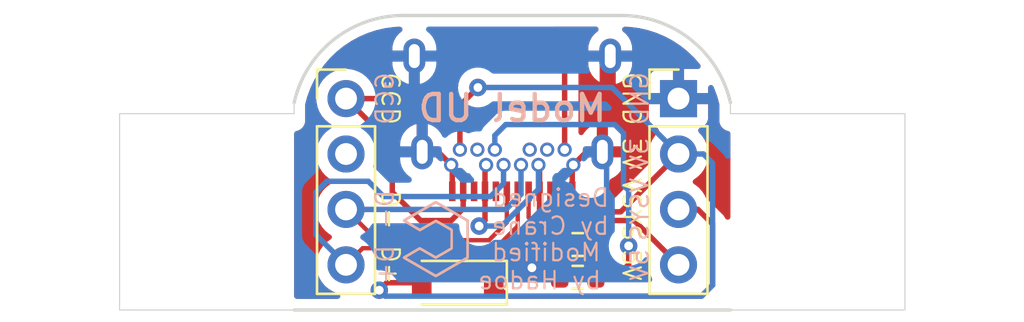
<source format=kicad_pcb>
(kicad_pcb (version 20211014) (generator pcbnew)
  (layers (0 "F.Cu" signal) (31 "B.Cu" signal) (34 "B.Paste" user) (35 "F.Paste" user) (36 "B.SilkS" user "B.Silkscreen") (37 "F.SilkS" user "F.Silkscreen") (38 "B.Mask" user) (39 "F.Mask" user) (44 "Edge.Cuts" user))
  (net 0 "")
  (net 1 "GND")
  (net 2 "3V3")
  (net 3 "VBUS")
  (net 4 "Net-(J1-PadA5)")
  (net 5 "D+")
  (net 6 "D-")
  (net 7 "Net-(J1-PadA8)")
  (net 8 "D3V")
  (net 9 "Net-(J1-PadB5)")
  (net 10 "Net-(J1-PadB8)")
  (net 11 "VSYS")
  (footprint "Model_S:PinHeader_1x04_P2.54mm_Vertical" (layer "F.Cu") (at 57.62 47.06)
    (fp_text reference "J3" hide)
    (fp_text value "Conn_01x04" hide)
    (fp_line (start -1.33 1.27) (end -1.33 8.95) (layer "F.SilkS") (width 0.12))
    (fp_line (start -1.33 1.27) (end 1.33 1.27) (layer "F.SilkS") (width 0.12))
    (fp_line (start -1.33 -1.33) (end 0 -1.33) (layer "F.SilkS") (width 0.12))
    (fp_line (start -1.33 0) (end -1.33 -1.33) (layer "F.SilkS") (width 0.12))
    (fp_line (start 1.33 1.27) (end 1.33 8.95) (layer "F.SilkS") (width 0.12))
    (fp_line (start -1.33 8.95) (end 1.33 8.95) (layer "F.SilkS") (width 0.12))
    (pad "1" thru_hole rect locked (at 0 0) (size 1.7 1.7) (drill 1) (layers *.Cu *.Mask) (net 1 "GND"))
    (pad "2" thru_hole oval locked (at 0 2.54) (size 1.7 1.7) (drill 1) (layers *.Cu *.Mask) (net 2 "3V3"))
    (pad "3" thru_hole oval locked (at 0 5.08) (size 1.7 1.7) (drill 1) (layers *.Cu *.Mask) (net 11 "VSYS"))
    (pad "4" thru_hole oval locked (at 0 7.62) (size 1.7 1.7) (drill 1) (layers *.Cu *.Mask) (net 3 "VBUS"))
  )
  (footprint "Model_S:Shou Han Type-C 24P QCHT" (layer "F.Cu") (at 50 43.25 180)
    (fp_text reference "J1" hide)
    (fp_text value "USB_C_Receptacle")
    (pad "" np_thru_hole circle locked (at 3.75 -7.5 180) (size 0.7 0.7) (drill 0.7) (layers *.Cu *.Mask))
    (pad "" np_thru_hole circle locked (at -3.6 -7.5 180) (size 0.7 0.7) (drill 0.7) (layers *.Cu *.Mask))
    (pad "A1" smd rect locked (at -2.75 -8.06 180) (size 0.3 0.9) (layers "F.Cu" "F.Paste" "F.Mask") (net 1 "GND"))
    (pad "A2" smd rect locked (at -2.25 -8.06 180) (size 0.3 0.9) (layers "F.Cu" "F.Paste" "F.Mask") (net 2 "3V3"))
    (pad "A3" smd rect locked (at -1.75 -8.06 180) (size 0.3 0.9) (layers "F.Cu" "F.Paste" "F.Mask"))
    (pad "A4" smd rect locked (at -1.25 -8.06 180) (size 0.3 0.9) (layers "F.Cu" "F.Paste" "F.Mask") (net 3 "VBUS"))
    (pad "A5" smd rect locked (at -0.75 -8.06 180) (size 0.3 0.9) (layers "F.Cu" "F.Paste" "F.Mask") (net 4 "Net-(J1-PadA5)"))
    (pad "A6" smd rect locked (at -0.25 -8.06 180) (size 0.3 0.9) (layers "F.Cu" "F.Paste" "F.Mask") (net 5 "D+"))
    (pad "A7" smd rect locked (at 0.25 -8.06 180) (size 0.3 0.9) (layers "F.Cu" "F.Paste" "F.Mask") (net 6 "D-"))
    (pad "A8" smd rect locked (at 0.75 -8.06 180) (size 0.3 0.9) (layers "F.Cu" "F.Paste" "F.Mask") (net 7 "Net-(J1-PadA8)"))
    (pad "A9" smd rect locked (at 1.25 -8.06 180) (size 0.3 0.9) (layers "F.Cu" "F.Paste" "F.Mask") (net 3 "VBUS"))
    (pad "A10" smd rect locked (at 1.75 -8.06 180) (size 0.3 0.9) (layers "F.Cu" "F.Paste" "F.Mask"))
    (pad "A11" smd rect locked (at 2.25 -8.06 180) (size 0.3 0.9) (layers "F.Cu" "F.Paste" "F.Mask") (net 8 "D3V"))
    (pad "A12" smd rect locked (at 2.75 -8.06 180) (size 0.3 0.9) (layers "F.Cu" "F.Paste" "F.Mask") (net 1 "GND"))
    (pad "B1" thru_hole circle locked (at 2.8 -6.85 180) (size 0.65 0.65) (drill 0.4) (layers *.Cu *.Mask) (net 1 "GND"))
    (pad "B2" thru_hole circle locked (at 2.4 -6.15 180) (size 0.65 0.65) (drill 0.4) (layers *.Cu *.Mask) (net 2 "3V3"))
    (pad "B3" thru_hole circle locked (at 1.6 -6.15 180) (size 0.65 0.65) (drill 0.4) (layers *.Cu *.Mask))
    (pad "B4" thru_hole circle locked (at 1.2 -6.85 180) (size 0.65 0.65) (drill 0.4) (layers *.Cu *.Mask) (net 3 "VBUS"))
    (pad "B5" thru_hole circle locked (at 0.8 -6.15 180) (size 0.65 0.65) (drill 0.4) (layers *.Cu *.Mask) (net 9 "Net-(J1-PadB5)"))
    (pad "B6" thru_hole circle locked (at 0.4 -6.85 180) (size 0.65 0.65) (drill 0.4) (layers *.Cu *.Mask) (net 5 "D+"))
    (pad "B7" thru_hole circle locked (at -0.4 -6.85 180) (size 0.65 0.65) (drill 0.4) (layers *.Cu *.Mask) (net 6 "D-"))
    (pad "B8" thru_hole circle locked (at -0.8 -6.15 180) (size 0.65 0.65) (drill 0.4) (layers *.Cu *.Mask) (net 10 "Net-(J1-PadB8)"))
    (pad "B9" thru_hole circle locked (at -1.2 -6.85 180) (size 0.65 0.65) (drill 0.4) (layers *.Cu *.Mask) (net 3 "VBUS"))
    (pad "B10" thru_hole circle locked (at -1.6 -6.15 180) (size 0.65 0.65) (drill 0.4) (layers *.Cu *.Mask))
    (pad "B11" thru_hole circle locked (at -2.4 -6.15 180) (size 0.65 0.65) (drill 0.4) (layers *.Cu *.Mask) (net 8 "D3V"))
    (pad "B12" thru_hole circle locked (at -2.8 -6.85 180) (size 0.65 0.65) (drill 0.4) (layers *.Cu *.Mask) (net 1 "GND"))
    (pad "S1" thru_hole oval locked (at -4.49 -1.86 180) (size 1 1.6) (drill oval 0.5 1.1) (layers *.Cu *.Mask) (net 1 "GND"))
    (pad "S1" thru_hole oval locked (at -4.13 -6.25 180) (size 1 1.6) (drill oval 0.5 1.1) (layers *.Cu *.Mask) (net 1 "GND"))
    (pad "S1" thru_hole oval locked (at 4.13 -6.25 180) (size 1 1.6) (drill oval 0.5 1.1) (layers *.Cu *.Mask) (net 1 "GND"))
    (pad "S1" thru_hole oval locked (at 4.49 -1.86 180) (size 1 1.6) (drill oval 0.5 1.1) (layers *.Cu *.Mask) (net 1 "GND"))
  )
  (footprint "Model_S:PinHeader_1x04_P2.54mm_Vertical" (layer "F.Cu") (at 42.38 47.06)
    (fp_text reference "J2" hide)
    (fp_text value "Conn_01x04" hide)
    (fp_line (start -1.33 1.27) (end -1.33 8.95) (layer "F.SilkS") (width 0.12))
    (fp_line (start -1.33 1.27) (end 1.33 1.27) (layer "F.SilkS") (width 0.12))
    (fp_line (start -1.33 8.95) (end 1.33 8.95) (layer "F.SilkS") (width 0.12))
    (fp_line (start 1.33 1.27) (end 1.33 8.95) (layer "F.SilkS") (width 0.12))
    (fp_line (start -1.33 -1.33) (end 0 -1.33) (layer "F.SilkS") (width 0.12))
    (fp_line (start -1.33 0) (end -1.33 -1.33) (layer "F.SilkS") (width 0.12))
    (pad "1" thru_hole circle locked (at 0 0) (size 1.7 1.7) (drill 1) (layers *.Cu *.Mask) (net 8 "D3V"))
    (pad "2" thru_hole oval locked (at 0 2.54) (size 1.7 1.7) (drill 1) (layers *.Cu *.Mask))
    (pad "3" thru_hole oval locked (at 0 5.08) (size 1.7 1.7) (drill 1) (layers *.Cu *.Mask) (net 6 "D-"))
    (pad "4" thru_hole oval locked (at 0 7.62) (size 1.7 1.7) (drill 1) (layers *.Cu *.Mask) (net 5 "D+"))
  )
  (footprint "Resistor_SMD:R_0603_1608Metric" (layer "F.Cu") (at 53 53.75 180)
    (fp_text reference "R1" hide)
    (fp_text value "5.1k" hide)
    (fp_line (start -0.237258 0.5225) (end 0.237258 0.5225) (layer "F.SilkS") (width 0.12))
    (fp_line (start -0.237258 -0.5225) (end 0.237258 -0.5225) (layer "F.SilkS") (width 0.12))
    (pad "1" smd roundrect locked (at -0.825 0 180) (size 0.8 0.95) (layers "F.Cu" "F.Paste" "F.Mask") (net 1 "GND"))
    (pad "2" smd roundrect locked (at 0.825 0 180) (size 0.8 0.95) (layers "F.Cu" "F.Paste" "F.Mask") (net 4 "Net-(J1-PadA5)"))
  )
  (footprint "Resistor_SMD:R_0603_1608Metric" (layer "F.Cu") (at 53 55.25 180)
    (fp_text reference "RE" hide)
    (fp_text value "5.1k" hide)
    (fp_line (start -0.237258 0.5225) (end 0.237258 0.5225) (layer "F.SilkS") (width 0.12))
    (fp_line (start -0.237258 -0.5225) (end 0.237258 -0.5225) (layer "F.SilkS") (width 0.12))
    (pad "1" smd roundrect locked (at -0.825 0 180) (size 0.8 0.95) (layers "F.Cu" "F.Paste" "F.Mask") (net 9 "Net-(J1-PadB5)"))
    (pad "2" smd roundrect locked (at 0.825 0 180) (size 0.8 0.95) (layers "F.Cu" "F.Paste" "F.Mask") (net 1 "GND"))
  )
  (footprint "MountingHole:MountingHole_3.2mm_M3" (layer "F.Cu") (at 36 52.25)
    (fp_text reference "REF**" hide)
    (fp_text value "MountingHole_3.2mm_M3")
    (pad "" np_thru_hole circle (at 0 0) (size 3.2 3.2) (drill 3.2) (layers *.Cu *.Mask))
  )
  (footprint "MountingHole:MountingHole_3.2mm_M3" (layer "F.Cu") (at 64 52.25)
    (fp_text reference "REF**" hide)
    (fp_text value "MountingHole_3.2mm_M3")
    (pad "" np_thru_hole circle (at 0 0) (size 3.2 3.2) (drill 3.2) (layers *.Cu *.Mask))
  )
  (footprint "Diode_SMD:D_SOD-123" (layer "F.Cu") (at 47.5 55.5 180)
    (fp_text reference "D1" hide)
    (fp_text value "MBR120" hide)
    (fp_line (start -2.25 -1) (end 1.65 -1) (layer "F.SilkS") (width 0.12))
    (fp_line (start -2.25 1) (end 1.65 1) (layer "F.SilkS") (width 0.12))
    (fp_line (start -2.25 -1) (end -2.25 1) (layer "F.SilkS") (width 0.12))
    (pad "1" smd rect locked (at -1.65 0 180) (size 0.9 1.2) (layers "F.Cu" "F.Paste" "F.Mask") (net 11 "VSYS"))
    (pad "2" smd rect locked (at 1.65 0 180) (size 0.9 1.2) (layers "F.Cu" "F.Paste" "F.Mask") (net 2 "3V3"))
  )
  (footprint "HTangl:Crane_C" (layer "B.Cu") (at 46.5 53.5 180)
    (fp_text reference "G***" hide)
    (fp_text value "LOGO" hide)
    (fp_poly (pts (xy 0.030747 1.73995) (xy 0.053309 1.729991) (xy 0.082054 1.714784) (xy 0.102524 1.70342) (xy 0.131542 1.687069) (xy 0.159656 1.670965) (xy 0.184313 1.656586) (xy 0.20296 1.645414) (xy 0.208553 1.641928) (xy 0.224011 1.632273) (xy 0.235328 1.625569) (xy 0.239713 1.623391) (xy 0.244949 1.620802) (xy 0.257665 1.613821) (xy 0.275806 1.603625) (xy 0.297317 1.591394) (xy 0.320144 1.578306) (xy 0.342231 1.56554) (xy 0.361524 1.554274) (xy 0.375967 1.545688) (xy 0.383506 1.540959) (xy 0.383761 1.540774) (xy 0.391273 1.536062) (xy 0.405228 1.527989) (xy 0.419652 1.519938) (xy 0.451648 1.502298) (xy 0.476123 1.488644) (xy 0.495268 1.477703) (xy 0.511272 1.468202) (xy 0.526326 1.458867) (xy 0.542333 1.448611) (xy 0.559961 1.437407) (xy 0.573793 1.428996) (xy 0.581434 1.424822) (xy 0.582122 1.424609) (xy 0.587921 1.422004) (xy 0.600299 1.415227) (xy 0.614051 1.407234) (xy 0.636449 1.394187) (xy 0.661235 1.380135) (xy 0.673652 1.373261) (xy 0.692391 1.362735) (xy 0.709188 1.352821) (xy 0.717826 1.34736) (xy 0.731225 1.339327) (xy 0.741279 1.334577) (xy 0.750823 1.329877) (xy 0.76606 1.321104) (xy 0.781419 1.311592) (xy 0.797277 1.301645) (xy 0.809065 1.294617) (xy 0.814091 1.292087) (xy 0.819271 1.289429) (xy 0.832647 1.281966) (xy 0.85288 1.270461) (xy 0.87863 1.255678) (xy 0.908557 1.238384) (xy 0.930186 1.225826) (xy 0.962284 1.207254) (xy 0.991236 1.190692) (xy 1.015672 1.176907) (xy 1.034223 1.166667) (xy 1.045519 1.160741) (xy 1.048334 1.159565) (xy 1.055163 1.156183) (xy 1.063274 1.149647) (xy 1.073867 1.141647) (xy 1.090234 1.13118) (xy 1.104348 1.123021) (xy 1.125117 1.111487) (xy 1.145892 1.099783) (xy 1.156804 1.093539) (xy 1.174761 1.083338) (xy 1.196211 1.071405) (xy 1.207779 1.06507) (xy 1.227757 1.053882) (xy 1.251737 1.039983) (xy 1.273224 1.027166) (xy 1.290708 1.016666) (xy 1.304115 1.008845) (xy 1.311044 1.005096) (xy 1.311462 1.004957) (xy 1.318428 1.002157) (xy 1.332872 0.994496) (xy 1.352977 0.983078) (xy 1.376926 0.969008) (xy 1.402905 0.953391) (xy 1.429096 0.937333) (xy 1.453685 0.921937) (xy 1.474855 0.908309) (xy 1.490791 0.897553) (xy 1.499675 0.890776) (xy 1.500505 0.889926) (xy 1.509755 0.873656) (xy 1.512898 0.852222) (xy 1.512929 0.849391) (xy 1.511205 0.831455) (xy 1.505071 0.816108) (xy 1.493143 0.801805) (xy 1.474039 0.787) (xy 1.446377 0.770149) (xy 1.437686 0.765283) (xy 1.413768 0.75175) (xy 1.390706 0.738186) (xy 1.372065 0.726705) (xy 1.365636 0.722489) (xy 1.351851 0.71349) (xy 1.342069 0.707808) (xy 1.339469 0.706783) (xy 1.334303 0.704021) (xy 1.320512 0.696069) (xy 1.298934 0.683424) (xy 1.270411 0.666585) (xy 1.23578 0.646048) (xy 1.195883 0.622312) (xy 1.151558 0.595874) (xy 1.103647 0.567234) (xy 1.058855 0.540406) (xy 1.007939 0.509933) (xy 0.95944 0.481008) (xy 0.914257 0.454159) (xy 0.873289 0.429915) (xy 0.837435 0.408807) (xy 0.807595 0.391364) (xy 0.784666 0.378114) (xy 0.769549 0.369589) (xy 0.763558 0.366471) (xy 0.745153 0.360605) (xy 0.727517 0.360115) (xy 0.707875 0.365505) (xy 0.68345 0.377276) (xy 0.673652 0.38277) (xy 0.653313 0.39444) (xy 0.635548 0.40462) (xy 0.623381 0.411579) (xy 0.621196 0.412824) (xy 0.58175 0.435278) (xy 0.550543 0.453122) (xy 0.526189 0.467165) (xy 0.507304 0.478215) (xy 0.492505 0.487081) (xy 0.480406 0.494572) (xy 0.471173 0.500487) (xy 0.455674 0.510238) (xy 0.444038 0.516959) (xy 0.439305 0.519044) (xy 0.433049 0.521798) (xy 0.421182 0.528738) (xy 0.415393 0.532414) (xy 0.403656 0.539606) (xy 0.384386 0.550931) (xy 0.359704 0.565163) (xy 0.331731 0.581076) (xy 0.311978 0.592193) (xy 0.283129 0.608386) (xy 0.256246 0.623528) (xy 0.233409 0.636442) (xy 0.216698 0.645955) (xy 0.209826 0.64992) (xy 0.178993 0.6679) (xy 0.148398 0.685603) (xy 0.119553 0.702167) (xy 0.093969 0.716734) (xy 0.073158 0.728443) (xy 0.05863 0.736435) (xy 0.051897 0.739849) (xy 0.051651 0.739913) (xy 0.045957 0.742739) (xy 0.034568 0.749863) (xy 0.028795 0.753718) (xy 0.015086 0.762157) (xy 0.004661 0.767038) (xy 0.002341 0.767522) (xy -0.004249 0.76487) (xy -0.018665 0.757522) (xy -0.039222 0.746387) (xy -0.064232 0.732374) (xy -0.086106 0.719824) (xy -0.115842 0.702648) (xy -0.144711 0.686076) (xy -0.170317 0.671474) (xy -0.190266 0.66021) (xy -0.198783 0.655482) (xy -0.217732 0.644742) (xy -0.234927 0.634407) (xy -0.243809 0.628636) (xy -0.254903 0.621577) (xy -0.261706 0.618444) (xy -0.261864 0.618435) (xy -0.268123 0.615723) (xy -0.280305 0.608808) (xy -0.288511 0.603759) (xy -0.30633 0.593057) (xy -0.328441 0.580512) (xy -0.344999 0.571537) (xy -0.371784 0.557207) (xy -0.395759 0.543866) (xy -0.420791 0.529304) (xy -0.450749 0.511314) (xy -0.455373 0.508507) (xy -0.473076 0.4979) (xy -0.486784 0.489964) (xy -0.494089 0.486086) (xy -0.49463 0.485913) (xy -0.500286 0.483078) (xy -0.515113 0.474678) (xy -0.538838 0.460873) (xy -0.571189 0.441822) (xy -0.611892 0.417685) (xy -0.639141 0.401465) (xy -0.66813 0.384189) (xy -0.66813 -0.391099) (xy -0.644663 -0.404544) (xy -0.631195 -0.412297) (xy -0.610713 -0.424131) (xy -0.585752 -0.438582) (xy -0.558845 -0.454182) (xy -0.552174 -0.458054) (xy -0.523694 -0.47449) (xy -0.495068 -0.490844) (xy -0.469361 -0.505377) (xy -0.449635 -0.516348) (xy -0.447261 -0.517645) (xy -0.428452 -0.528197) (xy -0.412766 -0.537572) (xy -0.403414 -0.543845) (xy -0.403087 -0.544112) (xy -0.392916 -0.551333) (xy -0.378439 -0.560254) (xy -0.375478 -0.561949) (xy -0.362554 -0.569301) (xy -0.343075 -0.58046) (xy -0.320047 -0.593703) (xy -0.303696 -0.603133) (xy -0.278937 -0.617376) (xy -0.254646 -0.631261) (xy -0.234278 -0.642816) (xy -0.225011 -0.648015) (xy -0.209196 -0.656845) (xy -0.193243 -0.66583) (xy -0.175432 -0.675954) (xy -0.154045 -0.688198) (xy -0.127362 -0.703545) (xy -0.093664 -0.722979) (xy -0.074621 -0.733972) (xy -0.048181 -0.749048) (xy -0.024929 -0.761943) (xy -0.006606 -0.771721) (xy 0.005047 -0.777446) (xy 0.008205 -0.778551) (xy 0.015437 -0.775853) (xy 0.029105 -0.768779) (xy 0.046302 -0.75884) (xy 0.046935 -0.758457) (xy 0.061993 -0.749488) (xy 0.084039 -0.736568) (xy 0.111635 -0.720522) (xy 0.14334 -0.702176) (xy 0.177718 -0.682354) (xy 0.213328 -0.661883) (xy 0.248733 -0.641587) (xy 0.282493 -0.622292) (xy 0.31317 -0.604823) (xy 0.339325 -0.590006) (xy 0.35952 -0.578666) (xy 0.372315 -0.571628) (xy 0.375478 -0.569984) (xy 0.386982 -0.563728) (xy 0.404152 -0.553617) (xy 0.423377 -0.54178) (xy 0.424348 -0.541168) (xy 0.441383 -0.530559) (xy 0.454377 -0.522727) (xy 0.460904 -0.519129) (xy 0.461196 -0.519043) (xy 0.466253 -0.516374) (xy 0.479509 -0.508875) (xy 0.499639 -0.49731) (xy 0.525319 -0.482441) (xy 0.555226 -0.465032) (xy 0.577979 -0.451736) (xy 0.611394 -0.432385) (xy 0.64281 -0.414577) (xy 0.670598 -0.399206) (xy 0.693132 -0.387163) (xy 0.708784 -0.37934) (xy 0.714206 -0.37704) (xy 0.743741 -0.372363) (xy 0.77365 -0.378657) (xy 0.797891 -0.391722) (xy 0.81558 -0.403108) (xy 0.83714 -0.415966) (xy 0.850348 -0.423378) (xy 0.865167 -0.431612) (xy 0.887277 -0.444132) (xy 0.914434 -0.459657) (xy 0.944391 -0.476903) (xy 0.969065 -0.491195) (xy 1.001925 -0.510282) (xy 1.035943 -0.530038) (xy 1.068192 -0.548764) (xy 1.095743 -0.564759) (xy 1.10987 -0.572959) (xy 1.138714 -0.589854) (xy 1.170978 -0.608995) (xy 1.201279 -0.62718) (xy 1.212022 -0.6337) (xy 1.235935 -0.648151) (xy 1.259322 -0.662065) (xy 1.278718 -0.67339) (xy 1.286565 -0.677847) (xy 1.301912 -0.686578) (xy 1.313486 -0.693483) (xy 1.316935 -0.695739) (xy 1.324718 -0.700599) (xy 1.338425 -0.708495) (xy 1.347304 -0.713436) (xy 1.383742 -0.733525) (xy 1.412017 -0.749312) (xy 1.433691 -0.761725) (xy 1.450327 -0.771693) (xy 1.463488 -0.780145) (xy 1.474737 -0.78801) (xy 1.482375 -0.793712) (xy 1.503391 -0.813734) (xy 1.51396 -0.834531) (xy 1.51465 -0.85765) (xy 1.511092 -0.871717) (xy 1.506831 -0.881134) (xy 1.499654 -0.889915) (xy 1.487742 -0.899595) (xy 1.469276 -0.911706) (xy 1.449457 -0.923646) (xy 1.422146 -0.939847) (xy 1.393306 -0.957046) (xy 1.367149 -0.972726) (xy 1.354058 -0.980623) (xy 1.335546 -0.991667) (xy 1.320896 -1.000093) (xy 1.312449 -1.004569) (xy 1.311362 -1.004956) (xy 1.305788 -1.007635) (xy 1.293313 -1.014727) (xy 1.276417 -1.024813) (xy 1.272761 -1.027043) (xy 1.255176 -1.037569) (xy 1.241402 -1.04537) (xy 1.233974 -1.049023) (xy 1.233483 -1.04913) (xy 1.227183 -1.051977) (xy 1.216284 -1.058875) (xy 1.215635 -1.059324) (xy 1.20344 -1.067063) (xy 1.185318 -1.077714) (xy 1.165105 -1.089026) (xy 1.164297 -1.089466) (xy 1.143478 -1.100964) (xy 1.117157 -1.115753) (xy 1.089369 -1.131557) (xy 1.073188 -1.140858) (xy 1.049504 -1.154526) (xy 1.027726 -1.167067) (xy 1.0106 -1.1769) (xy 1.002196 -1.181698) (xy 0.991774 -1.187698) (xy 0.973908 -1.198078) (xy 0.950676 -1.211625) (xy 0.924156 -1.22713) (xy 0.908895 -1.236068) (xy 0.882939 -1.251229) (xy 0.860547 -1.26421) (xy 0.843347 -1.274073) (xy 0.832968 -1.279883) (xy 0.830648 -1.281043) (xy 0.825621 -1.283757) (xy 0.813354 -1.291048) (xy 0.795976 -1.30164) (xy 0.784621 -1.308652) (xy 0.76512 -1.320578) (xy 0.749336 -1.329913) (xy 0.739469 -1.335374) (xy 0.737346 -1.336261) (xy 0.73165 -1.338943) (xy 0.719078 -1.346041) (xy 0.702127 -1.356136) (xy 0.6985 -1.358348) (xy 0.681087 -1.36885) (xy 0.667678 -1.376645) (xy 0.660719 -1.380319) (xy 0.660315 -1.380435) (xy 0.65494 -1.383095) (xy 0.642602 -1.390141) (xy 0.625743 -1.40017) (xy 0.62186 -1.402522) (xy 0.604186 -1.413022) (xy 0.590323 -1.420817) (xy 0.582804 -1.424492) (xy 0.582282 -1.424609) (xy 0.576464 -1.427254) (xy 0.563355 -1.434386) (xy 0.545127 -1.4448) (xy 0.531106 -1.453027) (xy 0.507834 -1.466729) (xy 0.478497 -1.483869) (xy 0.446613 -1.502398) (xy 0.415701 -1.520267) (xy 0.41137 -1.522762) (xy 0.380781 -1.540485) (xy 0.348591 -1.559334) (xy 0.318364 -1.577209) (xy 0.293666 -1.592012) (xy 0.290828 -1.593734) (xy 0.270396 -1.606039) (xy 0.25372 -1.615851) (xy 0.242878 -1.621962) (xy 0.239849 -1.623391) (xy 0.234422 -1.626067) (xy 0.222066 -1.63315) (xy 0.205234 -1.643226) (xy 0.201544 -1.645478) (xy 0.184057 -1.65599) (xy 0.170493 -1.663788) (xy 0.163333 -1.667453) (xy 0.162891 -1.667565) (xy 0.157292 -1.670245) (xy 0.144797 -1.677338) (xy 0.127889 -1.687426) (xy 0.124239 -1.689652) (xy 0.106795 -1.700159) (xy 0.093321 -1.707955) (xy 0.086277 -1.711625) (xy 0.085857 -1.711739) (xy 0.08026 -1.714354) (xy 0.068215 -1.721105) (xy 0.056965 -1.727755) (xy 0.033012 -1.740615) (xy 0.013862 -1.74658) (xy -0.003743 -1.746305) (xy -0.0172 -1.742642) (xy -0.035962 -1.734323) (xy -0.053573 -1.723952) (xy -0.053944 -1.723689) (xy -0.065568 -1.715906) (xy -0.072925 -1.711889) (xy -0.073587 -1.711739) (xy -0.078939 -1.709068) (xy -0.092818 -1.701444) (xy -0.114195 -1.689455) (xy -0.142041 -1.673686) (xy -0.175329 -1.654723) (xy -0.21303 -1.633152) (xy -0.254116 -1.609558) (xy -0.297558 -1.584529) (xy -0.342328 -1.558649) (xy -0.34787 -1.55544) (xy -0.36491 -1.545708) (xy -0.384873 -1.534496) (xy -0.392043 -1.530516) (xy -0.409346 -1.520489) (xy -0.431236 -1.507165) (xy -0.453102 -1.493355) (xy -0.453985 -1.492785) (xy -0.471614 -1.481581) (xy -0.485445 -1.47317) (xy -0.493086 -1.468996) (xy -0.493775 -1.468782) (xy -0.499573 -1.466177) (xy -0.511951 -1.4594) (xy -0.525703 -1.451407) (xy -0.548101 -1.438361) (xy -0.572887 -1.424309) (xy -0.585304 -1.417434) (xy -0.604261 -1.406717) (xy -0.621459 -1.396395) (xy -0.630331 -1.390635) (xy -0.641195 -1.383596) (xy -0.647539 -1.380446) (xy -0.647687 -1.380435) (xy -0.653346 -1.377732) (xy -0.667335 -1.370073) (xy -0.688481 -1.358132) (xy -0.715613 -1.342581) (xy -0.74756 -1.324095) (xy -0.78315 -1.303346) (xy -0.821211 -1.28101) (xy -0.84373 -1.267726) (xy -0.891689 -1.239521) (xy -0.934547 -1.214599) (xy -0.970817 -1.193818) (xy -0.996674 -1.179323) (xy -1.006609 -1.173724) (xy -1.024526 -1.163505) (xy -1.048849 -1.149577) (xy -1.077997 -1.132845) (xy -1.110394 -1.11422) (xy -1.14446 -1.094607) (xy -1.178617 -1.074916) (xy -1.211288 -1.056054) (xy -1.240893 -1.038929) (xy -1.261717 -1.026854) (xy -1.312949 -0.997075) (xy -1.355496 -0.972273) (xy -1.390242 -0.951906) (xy -1.418069 -0.935432) (xy -1.43986 -0.922311) (xy -1.456496 -0.912) (xy -1.468861 -0.903957) (xy -1.477836 -0.897642) (xy -1.484304 -0.892513) (xy -1.489147 -0.888028) (xy -1.49094 -0.886173) (xy -1.495604 -0.880849) (xy -1.499133 -0.875089) (xy -1.501749 -0.867282) (xy -1.503672 -0.855818) (xy -1.505125 -0.839085) (xy -1.506329 -0.815472) (xy -1.507506 -0.783367) (xy -1.508264 -0.760184) (xy -1.508705 -0.741051) (xy -1.509138 -0.711636) (xy -1.50956 -0.672701) (xy -1.509967 -0.625007) (xy -1.510356 -0.569315) (xy -1.510723 -0.506387) (xy -1.511065 -0.436985) (xy -1.511378 -0.361871) (xy -1.511658 -0.281804) (xy -1.511901 -0.197548) (xy -1.512104 -0.109864) (xy -1.512264 -0.019512) (xy -1.512376 0.072745) (xy -1.512406 0.107883) (xy -1.512919 0.813767) (xy -1.399761 0.813767) (xy -1.399659 0.746471) (xy -1.399637 0.732772) (xy -1.399597 0.708743) (xy -1.399541 0.675098) (xy -1.39947 0.632552) (xy -1.399384 0.581817) (xy -1.399286 0.523607) (xy -1.399176 0.458637) (xy -1.399055 0.38762) (xy -1.398926 0.31127) (xy -1.398788 0.2303) (xy -1.398643 0.145425) (xy -1.398493 0.057358) (xy -1.398339 -0.033188) (xy -1.398278 -0.068494) (xy -1.397 -0.816163) (xy -1.36525 -0.83443) (xy -1.350784 -0.842744) (xy -1.339316 -0.849283) (xy -1.328317 -0.855455) (xy -1.315257 -0.862665) (xy -1.297608 -0.87232) (xy -1.27284 -0.885827) (xy -1.272271 -0.886136) (xy -1.253241 -0.896717) (xy -1.237584 -0.9058) (xy -1.22821 -0.911689) (xy -1.227384 -0.912303) (xy -1.219332 -0.917861) (xy -1.205846 -0.926409) (xy -1.189853 -0.936185) (xy -1.17428 -0.945425) (xy -1.162054 -0.952369) (xy -1.1561 -0.955255) (xy -1.156026 -0.955261) (xy -1.150504 -0.957962) (xy -1.138836 -0.964858) (xy -1.130466 -0.970077) (xy -1.109158 -0.983179) (xy -1.08064 -0.999991) (xy -1.043901 -1.021103) (xy -1.021522 -1.033803) (xy -1.005937 -1.042752) (xy -0.986029 -1.054359) (xy -0.971826 -1.062728) (xy -0.954288 -1.07291) (xy -0.930499 -1.086437) (xy -0.903901 -1.101364) (xy -0.883478 -1.112693) (xy -0.855037 -1.128642) (xy -0.821537 -1.147837) (xy -0.787336 -1.167762) (xy -0.759239 -1.18443) (xy -0.732642 -1.200321) (xy -0.707118 -1.215444) (xy -0.685315 -1.228239) (xy -0.66988 -1.237144) (xy -0.66813 -1.238131) (xy -0.657078 -1.244395) (xy -0.637889 -1.255345) (xy -0.612001 -1.270156) (xy -0.580848 -1.288007) (xy -0.545868 -1.308074) (xy -0.508497 -1.329536) (xy -0.496956 -1.336168) (xy -0.459487 -1.357684) (xy -0.424279 -1.377866) (xy -0.392702 -1.39593) (xy -0.366129 -1.411093) (xy -0.345931 -1.422571) (xy -0.333479 -1.429582) (xy -0.331304 -1.430781) (xy -0.316697 -1.439133) (xy -0.297067 -1.450879) (xy -0.276913 -1.46332) (xy -0.259814 -1.473896) (xy -0.246702 -1.481697) (xy -0.240036 -1.485267) (xy -0.239724 -1.485348) (xy -0.234287 -1.488016) (xy -0.222256 -1.494964) (xy -0.208529 -1.503281) (xy -0.184991 -1.517545) (xy -0.157661 -1.533693) (xy -0.128159 -1.550816) (xy -0.098105 -1.568001) (xy -0.069119 -1.584336) (xy -0.042821 -1.598911) (xy -0.02083 -1.610813) (xy -0.004768 -1.619132) (xy 0.003746 -1.622955) (xy 0.004434 -1.623102) (xy 0.011873 -1.620564) (xy 0.026535 -1.613461) (xy 0.046187 -1.602932) (xy 0.065173 -1.592124) (xy 0.093513 -1.575568) (xy 0.124654 -1.557366) (xy 0.153649 -1.540409) (xy 0.165652 -1.533386) (xy 0.187928 -1.520371) (xy 0.208448 -1.508424) (xy 0.224106 -1.49935) (xy 0.229152 -1.49645) (xy 0.238319 -1.49118) (xy 0.255579 -1.481229) (xy 0.279465 -1.467442) (xy 0.308511 -1.450667) (xy 0.341249 -1.43175) (xy 0.372717 -1.41356) (xy 0.408088 -1.393134) (xy 0.441608 -1.373821) (xy 0.47169 -1.356531) (xy 0.49675 -1.342175) (xy 0.515201 -1.331663) (xy 0.524565 -1.326396) (xy 0.568547 -1.301766) (xy 0.609862 -1.27803) (xy 0.645618 -1.256861) (xy 0.659848 -1.24817) (xy 0.680393 -1.235725) (xy 0.705986 -1.220606) (xy 0.73203 -1.205521) (xy 0.739597 -1.201205) (xy 0.760122 -1.189552) (xy 0.777146 -1.179871) (xy 0.792556 -1.171079) (xy 0.808238 -1.162091) (xy 0.826079 -1.151824) (xy 0.847967 -1.139195) (xy 0.875787 -1.12312) (xy 0.908326 -1.104309) (xy 0.938934 -1.08665) (xy 0.968548 -1.069631) (xy 0.994917 -1.054542) (xy 1.01579 -1.042671) (xy 1.027044 -1.036344) (xy 1.042398 -1.027678) (xy 1.064836 -1.014847) (xy 1.091904 -0.99926) (xy 1.121153 -0.982328) (xy 1.137478 -0.972838) (xy 1.171098 -0.953265) (xy 1.207931 -0.931829) (xy 1.244111 -0.910777) (xy 1.275772 -0.892361) (xy 1.283804 -0.887691) (xy 1.307854 -0.87368) (xy 1.328196 -0.861778) (xy 1.343067 -0.853019) (xy 1.350708 -0.848438) (xy 1.351337 -0.848024) (xy 1.347156 -0.845075) (xy 1.334741 -0.837461) (xy 1.315454 -0.82599) (xy 1.290655 -0.811466) (xy 1.261704 -0.794697) (xy 1.249185 -0.787494) (xy 1.216904 -0.768906) (xy 1.186302 -0.751187) (xy 1.159238 -0.735423) (xy 1.137573 -0.722698) (xy 1.123168 -0.714098) (xy 1.120913 -0.712715) (xy 1.101724 -0.701014) (xy 1.07655 -0.685923) (xy 1.047864 -0.668898) (xy 1.018136 -0.651391) (xy 0.989838 -0.634858) (xy 0.965443 -0.620752) (xy 0.947421 -0.610528) (xy 0.944217 -0.608757) (xy 0.924887 -0.597816) (xy 0.905843 -0.586496) (xy 0.900044 -0.58289) (xy 0.877223 -0.568673) (xy 0.854728 -0.555103) (xy 0.834646 -0.543391) (xy 0.819067 -0.534747) (xy 0.810079 -0.530382) (xy 0.808935 -0.530087) (xy 0.802623 -0.527384) (xy 0.789749 -0.520292) (xy 0.77308 -0.510336) (xy 0.772787 -0.510156) (xy 0.740495 -0.490224) (xy 0.661519 -0.535668) (xy 0.633371 -0.551859) (xy 0.60713 -0.566944) (xy 0.584931 -0.579697) (xy 0.568909 -0.58889) (xy 0.563217 -0.592147) (xy 0.550081 -0.599708) (xy 0.530555 -0.611018) (xy 0.507782 -0.624256) (xy 0.494196 -0.632173) (xy 0.470128 -0.64613) (xy 0.446616 -0.659622) (xy 0.427191 -0.670628) (xy 0.419652 -0.674823) (xy 0.398729 -0.686479) (xy 0.373294 -0.700884) (xy 0.345277 -0.716919) (xy 0.316606 -0.733466) (xy 0.289209 -0.749405) (xy 0.265016 -0.763618) (xy 0.245955 -0.774986) (xy 0.233954 -0.782389) (xy 0.231913 -0.783743) (xy 0.21871 -0.792242) (xy 0.201244 -0.80269) (xy 0.193261 -0.807248) (xy 0.174056 -0.818044) (xy 0.155092 -0.828748) (xy 0.149087 -0.832151) (xy 0.108881 -0.855086) (xy 0.076772 -0.873077) (xy 0.051045 -0.886255) (xy 0.02999 -0.89475) (xy 0.011893 -0.898693) (xy -0.004958 -0.898215) (xy -0.022276 -0.893447) (xy -0.041773 -0.884519) (xy -0.065161 -0.871562) (xy -0.094153 -0.854708) (xy -0.100237 -0.851191) (xy -0.130082 -0.83389) (xy -0.158704 -0.817124) (xy -0.183847 -0.802229) (xy -0.203255 -0.790537) (xy -0.212288 -0.78493) (xy -0.227619 -0.775561) (xy -0.239174 -0.769241) (xy -0.243602 -0.767522) (xy -0.249771 -0.764897) (xy -0.263225 -0.757815) (xy -0.281761 -0.747468) (xy -0.296358 -0.739047) (xy -0.328904 -0.720115) (xy -0.364291 -0.699662) (xy -0.399855 -0.679216) (xy -0.432932 -0.660306) (xy -0.460858 -0.644461) (xy -0.47487 -0.636594) (xy -0.489704 -0.628134) (xy -0.511001 -0.615749) (xy -0.535753 -0.601197) (xy -0.557696 -0.588178) (xy -0.584858 -0.572027) (xy -0.617679 -0.55257) (xy -0.652293 -0.532098) (xy -0.684837 -0.512896) (xy -0.689335 -0.510247) (xy -0.725049 -0.488413) (xy -0.750699 -0.470899) (xy -0.766255 -0.457726) (xy -0.77078 -0.45182) (xy -0.772241 -0.447519) (xy -0.773514 -0.44018) (xy -0.774611 -0.429109) (xy -0.775544 -0.41361) (xy -0.776325 -0.392989) (xy -0.776967 -0.366551) (xy -0.777481 -0.333599) (xy -0.777879 -0.29344) (xy -0.778174 -0.245379) (xy -0.778378 -0.188719) (xy -0.778502 -0.122767) (xy -0.778558 -0.046826) (xy -0.778565 -0.003295) (xy -0.778516 0.083163) (xy -0.778364 0.159052) (xy -0.778103 0.224849) (xy -0.777725 0.281029) (xy -0.777224 0.328067) (xy -0.776593 0.366439) (xy -0.775825 0.396619) (xy -0.774914 0.419084) (xy -0.773852 0.434307) (xy -0.772633 0.442766) (xy -0.772151 0.444255) (xy -0.765851 0.451533) (xy -0.752928 0.462707) (xy -0.735888 0.475963) (xy -0.717235 0.489486) (xy -0.699475 0.501463) (xy -0.685114 0.510078) (xy -0.676656 0.513518) (xy -0.676497 0.513522) (xy -0.671191 0.516169) (xy -0.658038 0.52348) (xy -0.638703 0.534508) (xy -0.61485 0.548308) (xy -0.598769 0.557696) (xy -0.572998 0.572718) (xy -0.550752 0.58555) (xy -0.533688 0.595244) (xy -0.523465 0.600855) (xy -0.521295 0.60187) (xy -0.515939 0.60454) (xy -0.503686 0.611593) (xy -0.487026 0.621589) (xy -0.48435 0.623223) (xy -0.456934 0.639661) (xy -0.424556 0.658547) (xy -0.390746 0.677866) (xy -0.359033 0.695602) (xy -0.332945 0.709742) (xy -0.331304 0.710606) (xy -0.315151 0.719256) (xy -0.302186 0.726483) (xy -0.298174 0.728868) (xy -0.280156 0.739922) (xy -0.25543 0.754703) (xy -0.225868 0.772131) (xy -0.19334 0.791124) (xy -0.159717 0.8106) (xy -0.126871 0.82948) (xy -0.096672 0.846681) (xy -0.070992 0.861123) (xy -0.051701 0.871724) (xy -0.043372 0.876095) (xy -0.013778 0.886914) (xy 0.012995 0.887729) (xy 0.03149 0.882157) (xy 0.041243 0.877222) (xy 0.058658 0.867808) (xy 0.081835 0.854963) (xy 0.108877 0.839738) (xy 0.132522 0.826261) (xy 0.162236 0.809246) (xy 0.190484 0.793098) (xy 0.215104 0.779051) (xy 0.233931 0.768339) (xy 0.242957 0.763234) (xy 0.262214 0.751951) (xy 0.281173 0.740155) (xy 0.287032 0.736303) (xy 0.299911 0.728236) (xy 0.308904 0.723706) (xy 0.310402 0.723348) (xy 0.316788 0.72065) (xy 0.329914 0.713512) (xy 0.347169 0.703368) (xy 0.35063 0.701261) (xy 0.368082 0.690753) (xy 0.381573 0.682957) (xy 0.388637 0.679288) (xy 0.389061 0.679174) (xy 0.394368 0.676537) (xy 0.407606 0.669227) (xy 0.427176 0.658149) (xy 0.451478 0.644207) (xy 0.473171 0.631646) (xy 0.503395 0.614151) (xy 0.533322 0.596959) (xy 0.560367 0.581546) (xy 0.581944 0.569388) (xy 0.590826 0.564469) (xy 0.611146 0.553052) (xy 0.636954 0.538133) (xy 0.66433 0.521993) (xy 0.680864 0.512076) (xy 0.735011 0.47933) (xy 0.876886 0.564226) (xy 0.918923 0.58936) (xy 0.967737 0.618515) (xy 1.020612 0.650069) (xy 1.074832 0.682402) (xy 1.127679 0.713893) (xy 1.176437 0.742922) (xy 1.185568 0.748354) (xy 1.231042 0.775303) (xy 1.267762 0.797087) (xy 1.296314 0.814434) (xy 1.317283 0.828071) (xy 1.331255 0.838727) (xy 1.338817 0.847129) (xy 1.340555 0.854003) (xy 1.337054 0.860079) (xy 1.328901 0.866082) (xy 1.316682 0.872741) (xy 1.300981 0.880782) (xy 1.294849 0.884017) (xy 1.273571 0.895764) (xy 1.252531 0.907948) (xy 1.23963 0.915833) (xy 1.222076 0.926699) (xy 1.205177 0.936666) (xy 1.200978 0.939023) (xy 1.186453 0.947006) (xy 1.167627 0.957345) (xy 1.156804 0.963285) (xy 1.107341 0.990793) (xy 1.052308 1.022019) (xy 0.995482 1.054793) (xy 0.940636 1.086944) (xy 0.909828 1.105286) (xy 0.883023 1.121257) (xy 0.859583 1.135032) (xy 0.84111 1.145686) (xy 0.829205 1.152294) (xy 0.825486 1.154044) (xy 0.819639 1.156728) (xy 0.80702 1.163806) (xy 0.790221 1.173818) (xy 0.788093 1.17512) (xy 0.75283 1.196523) (xy 0.720996 1.215427) (xy 0.694388 1.230781) (xy 0.674802 1.241538) (xy 0.670891 1.243547) (xy 0.660303 1.249216) (xy 0.641848 1.259461) (xy 0.617213 1.273318) (xy 0.588084 1.289823) (xy 0.556146 1.308011) (xy 0.523087 1.326917) (xy 0.490592 1.345575) (xy 0.460347 1.363022) (xy 0.434038 1.378292) (xy 0.413351 1.390421) (xy 0.399973 1.398444) (xy 0.397565 1.399951) (xy 0.384588 1.407947) (xy 0.364379 1.420027) (xy 0.339304 1.434807) (xy 0.311724 1.450902) (xy 0.284004 1.466928) (xy 0.258507 1.481501) (xy 0.254 1.484052) (xy 0.231412 1.496921) (xy 0.207005 1.510996) (xy 0.182837 1.525069) (xy 0.160968 1.537933) (xy 0.143456 1.548379) (xy 0.132359 1.555199) (xy 0.129761 1.556949) (xy 0.12259 1.561414) (xy 0.108315 1.569538) (xy 0.089599 1.579817) (xy 0.082826 1.583465) (xy 0.061215 1.595134) (xy 0.041189 1.60609) (xy 0.026416 1.614324) (xy 0.02418 1.615601) (xy 0.006947 1.625536) (xy -0.089016 1.571225) (xy -0.149727 1.53668) (xy -0.202644 1.506153) (xy -0.249733 1.478493) (xy -0.292961 1.452552) (xy -0.313223 1.440184) (xy -0.330281 1.429922) (xy -0.343398 1.422418) (xy -0.350015 1.419129) (xy -0.350252 1.419087) (xy -0.35603 1.416487) (xy -0.368395 1.409723) (xy -0.382137 1.401751) (xy -0.393451 1.395045) (xy -0.40331 1.389224) (xy -0.413348 1.383338) (xy -0.425199 1.376438) (xy -0.440496 1.367575) (xy -0.460874 1.3558) (xy -0.487964 1.340163) (xy -0.513522 1.325417) (xy -0.53857 1.310894) (xy -0.560356 1.298127) (xy -0.577007 1.288225) (xy -0.586648 1.282297) (xy -0.588065 1.281331) (xy -0.595164 1.276946) (xy -0.609474 1.268827) (xy -0.628448 1.258408) (xy -0.637761 1.253387) (xy -0.659489 1.241477) (xy -0.679117 1.230259) (xy -0.69339 1.221608) (xy -0.696592 1.219483) (xy -0.707677 1.212412) (xy -0.714471 1.209271) (xy -0.714631 1.209261) (xy -0.720603 1.206601) (xy -0.733578 1.199513) (xy -0.751138 1.189336) (xy -0.757953 1.185272) (xy -0.781816 1.17107) (xy -0.813686 1.152295) (xy -0.851987 1.129864) (xy -0.895142 1.10469) (xy -0.941572 1.077688) (xy -0.989702 1.049771) (xy -1.037953 1.021855) (xy -1.084749 0.994853) (xy -1.128513 0.96968) (xy -1.167668 0.94725) (xy -1.200636 0.928477) (xy -1.212022 0.922036) (xy -1.226369 0.91387) (xy -1.247902 0.901524) (xy -1.274253 0.886359) (xy -1.303055 0.869738) (xy -1.319696 0.860113) (xy -1.399761 0.813767) (xy -1.512919 0.813767) (xy -1.512956 0.86457) (xy -1.497772 0.881902) (xy -1.488681 0.889568) (xy -1.471511 0.901566) (xy -1.44785 0.916883) (xy -1.419284 0.934507) (xy -1.387398 0.953427) (xy -1.369391 0.963807) (xy -1.336185 0.982754) (xy -1.305132 1.00048) (xy -1.277873 1.016048) (xy -1.256047 1.028522) (xy -1.241295 1.036964) (xy -1.23687 1.039504) (xy -1.220481 1.048784) (xy -1.200352 1.059979) (xy -1.189935 1.0657) (xy -1.169033 1.077379) (xy -1.145364 1.090988) (xy -1.131956 1.098881) (xy -1.117254 1.107541) (xy -1.095171 1.120413) (xy -1.067907 1.136222) (xy -1.037665 1.15369) (xy -1.010478 1.169339) (xy -0.981401 1.186151) (xy -0.955269 1.201459) (xy -0.933739 1.214274) (xy -0.918469 1.22361) (xy -0.911119 1.228479) (xy -0.911087 1.228506) (xy -0.90196 1.23473) (xy -0.886738 1.24392) (xy -0.872435 1.25202) (xy -0.81041 1.286648) (xy -0.741477 1.326099) (xy -0.710902 1.34386) (xy -0.68836 1.356849) (xy -0.668649 1.367913) (xy -0.654125 1.375748) (xy -0.647674 1.378872) (xy -0.638569 1.38339) (xy -0.623196 1.391991) (xy -0.604667 1.402927) (xy -0.602142 1.404458) (xy -0.570189 1.423651) (xy -0.533962 1.445031) (xy -0.4971 1.466477) (xy -0.463241 1.485869) (xy -0.441739 1.497936) (xy -0.419989 1.510533) (xy -0.395486 1.525523) (xy -0.379229 1.535944) (xy -0.363002 1.546455) (xy -0.35076 1.554036) (xy -0.345034 1.557122) (xy -0.344961 1.557131) (xy -0.339474 1.559724) (xy -0.327329 1.566472) (xy -0.313602 1.574473) (xy -0.294013 1.585982) (xy -0.274413 1.597218) (xy -0.252022 1.609744) (xy -0.224061 1.625122) (xy -0.207065 1.634402) (xy -0.18949 1.644128) (xy -0.175556 1.652103) (xy -0.168413 1.656514) (xy -0.160639 1.66139) (xy -0.146948 1.669324) (xy -0.138043 1.67431) (xy -0.122272 1.683228) (xy -0.100563 1.695757) (xy -0.076457 1.709845) (xy -0.063967 1.717215) (xy -0.040327 1.730844) (xy -0.021168 1.740109) (xy -0.004358 1.744832) (xy 0.012236 1.744839) (xy 0.030747 1.73995)) (layer "B.SilkS") (width 0.01) (fill solid))
  )
  (gr_line (start 68 47.75) (end 68 56.75) (layer "Edge.Cuts") (width 0.05))
  (gr_line (start 67.62 56.75) (end 60 56.75) (layer "Edge.Cuts") (width 0.05))
  (gr_arc (start 40 47.25) (mid 41.798438 44.373047) (end 45 43.25) (layer "Edge.Cuts") (width 0.1524))
  (gr_line (start 32 56.75) (end 32.38 56.75) (layer "Edge.Cuts") (width 0.05))
  (gr_line (start 32 47.75) (end 40 47.75) (layer "Edge.Cuts") (width 0.05))
  (gr_line (start 60 47.75) (end 68 47.75) (layer "Edge.Cuts") (width 0.05))
  (gr_line (start 45 43.25) (end 55 43.25) (layer "Edge.Cuts") (width 0.1524))
  (gr_line (start 40 47.25) (end 40 47.75) (layer "Edge.Cuts") (width 0.05))
  (gr_line (start 32.38 56.75) (end 40 56.75) (layer "Edge.Cuts") (width 0.05))
  (gr_arc (start 55 43.25) (mid 58.201562 44.373047) (end 60 47.25) (layer "Edge.Cuts") (width 0.1524))
  (gr_line (start 40 56.75) (end 60 56.75) (layer "Edge.Cuts") (width 0.1524))
  (gr_line (start 60 47.25) (end 60 47.75) (layer "Edge.Cuts") (width 0.05))
  (gr_line (start 32 56.75) (end 32 47.75) (layer "Edge.Cuts") (width 0.05))
  (gr_line (start 68 56.75) (end 67.62 56.75) (layer "Edge.Cuts") (width 0.05))
  (gr_text "Model UD" (at 50 47.5) (layer "B.SilkS") (effects (font (size 1.2 1.2) (thickness 0.2)) (justify mirror)))
  (gr_text "D-" (at 44.158 52.14 90) (layer "B.SilkS") (effects (font (size 0.8 0.8) (thickness 0.1)) (justify mirror)))
  (gr_text "3V" (at 55.842 49.6 90) (layer "B.SilkS") (effects (font (size 0.8 0.8) (thickness 0.1)) (justify mirror)))
  (gr_text "GCD\n" (at 44.158 47.06 90) (layer "B.SilkS") (effects (font (size 0.8 0.8) (thickness 0.1)) (justify mirror)))
  (gr_text "GND" (at 55.842 47.06 90) (layer "B.SilkS") (effects (font (size 0.8 0.8) (thickness 0.1)) (justify mirror)))
  (gr_text "VSYS\n" (at 55.842 52.14 90) (layer "B.SilkS") (effects (font (size 0.8 0.8) (thickness 0.1)) (justify mirror)))
  (gr_text "D+" (at 44.158 54.68 -270) (layer "B.SilkS") (effects (font (size 0.8 0.8) (thickness 0.1)) (justify mirror)))
  (gr_text "5V\n" (at 55.842 54.68 90) (layer "B.SilkS") (effects (font (size 0.8 0.8) (thickness 0.1)) (justify mirror)))
  (gr_text "Designed\nby Crane" (at 51.75 52.25) (layer "B.SilkS") (effects (font (size 0.8 0.8) (thickness 0.1)) (justify mirror)))
  (gr_text "Modified \nby Hadoe" (at 51.25 54.75) (layer "B.SilkS") (effects (font (size 0.8 0.8) (thickness 0.1)) (justify mirror)))
  (gr_text "VSYS\n" (at 55.461 52.14 -90) (layer "F.SilkS") (effects (font (size 0.8 0.8) (thickness 0.1))))
  (gr_text "D+" (at 44.412 54.68 270) (layer "F.SilkS") (effects (font (size 0.8 0.8) (thickness 0.1))))
  (gr_text "GND" (at 55.461 47.06 -90) (layer "F.SilkS") (effects (font (size 0.8 0.8) (thickness 0.1))))
  (gr_text "GCD" (at 44.412 47.06 270) (layer "F.SilkS") (effects (font (size 0.8 0.8) (thickness 0.1))))
  (gr_text "5V\n" (at 55.461 54.68 -90) (layer "F.SilkS") (effects (font (size 0.8 0.8) (thickness 0.1))))
  (gr_text "D-" (at 44.412 52.17 270) (layer "F.SilkS") (effects (font (size 0.8 0.8) (thickness 0.1))))
  (gr_text "3V" (at 55.461 49.6 -90) (layer "F.SilkS") (effects (font (size 0.8 0.8) (thickness 0.1))))
  (segment (start 54.13 49.5) (end 53.4 49.5) (width 0.25) (layer "F.Cu") (net 1))
  (segment (start 54.13 45.47) (end 54.49 45.11) (width 0.25) (layer "F.Cu") (net 1))
  (segment (start 54.13 49.5) (end 54.13 45.47) (width 0.25) (layer "F.Cu") (net 1))
  (segment (start 51.336 55.25) (end 50.9 54.814) (width 0.25) (layer "F.Cu") (net 1))
  (segment (start 46.6 49.5) (end 47.2 50.1) (width 0.25) (layer "F.Cu") (net 1))
  (segment (start 52.175 55.25) (end 51.336 55.25) (width 0.25) (layer "F.Cu") (net 1))
  (segment (start 52.325 55.25) (end 53.825 53.75) (width 0.25) (layer "F.Cu") (net 1))
  (segment (start 52.175 55.25) (end 52.325 55.25) (width 0.25) (layer "F.Cu") (net 1))
  (segment (start 47.25 51.31) (end 47.25 50.15) (width 0.25) (layer "F.Cu") (net 1))
  (segment (start 47.25 50.15) (end 47.2 50.1) (width 0.25) (layer "F.Cu") (net 1))
  (segment (start 53.4 49.5) (end 52.8 50.1) (width 0.25) (layer "F.Cu") (net 1))
  (segment (start 52.75 50.15) (end 52.8 50.1) (width 0.25) (layer "F.Cu") (net 1))
  (segment (start 52.75 51.31) (end 52.75 50.15) (width 0.25) (layer "F.Cu") (net 1))
  (segment (start 45.87 49.5) (end 46.6 49.5) (width 0.25) (layer "F.Cu") (net 1))
  (via (at 50.9 54.814) (size 0.8) (drill 0.4) (layers "F.Cu" "B.Cu") (net 1))
  (segment (start 54.324521 53.149479) (end 54.324521 49.694521) (width 0.25) (layer "B.Cu") (net 1))
  (segment (start 54.324521 49.694521) (end 54.13 49.5) (width 0.25) (layer "B.Cu") (net 1))
  (segment (start 45.51 46.46) (end 45.87 46.82) (width 0.25) (layer "B.Cu") (net 1))
  (segment (start 45.87 46.82) (end 45.87 49.5) (width 0.25) (layer "B.Cu") (net 1))
  (segment (start 50.9 54.814) (end 52.66 54.814) (width 0.25) (layer "B.Cu") (net 1))
  (segment (start 52.66 54.814) (end 54.324521 53.149479) (width 0.25) (layer "B.Cu") (net 1))
  (segment (start 45.51 45.11) (end 45.51 46.46) (width 0.25) (layer "B.Cu") (net 1))
  (segment (start 57.62 49.6) (end 54.97 52.25) (width 0.25) (layer "F.Cu") (net 2))
  (segment (start 44.246 55.5) (end 43.904 55.842) (width 0.25) (layer "F.Cu") (net 2))
  (segment (start 54.97 52.25) (end 52.5 52.25) (width 0.25) (layer "F.Cu") (net 2))
  (segment (start 45.85 55.5) (end 44.246 55.5) (width 0.25) (layer "F.Cu") (net 2))
  (segment (start 52.25 52) (end 52.25 51.31) (width 0.25) (layer "F.Cu") (net 2))
  (segment (start 47.6 49.4) (end 47.6 47.375782) (width 0.25) (layer "F.Cu") (net 2))
  (segment (start 52.5 52.25) (end 52.25 52) (width 0.25) (layer "F.Cu") (net 2))
  (segment (start 47.6 47.375782) (end 48.425782 46.55) (width 0.25) (layer "F.Cu") (net 2))
  (via (at 48.425782 46.55) (size 0.8) (drill 0.4) (layers "F.Cu" "B.Cu") (net 2))
  (via (at 43.904 55.842) (size 0.8) (drill 0.4) (layers "F.Cu" "B.Cu") (net 2))
  (segment (start 54.57 46.55) (end 48.425782 46.55) (width 0.25) (layer "B.Cu") (net 2))
  (segment (start 44.177 56.115) (end 58.674 56.115) (width 0.25) (layer "B.Cu") (net 2))
  (segment (start 57.62 49.6) (end 54.57 46.55) (width 0.25) (layer "B.Cu") (net 2))
  (segment (start 58.763 49.6) (end 57.62 49.6) (width 0.25) (layer "B.Cu") (net 2))
  (segment (start 59.182 50.019) (end 58.763 49.6) (width 0.25) (layer "B.Cu") (net 2))
  (segment (start 43.904 55.842) (end 44.177 56.115) (width 0.25) (layer "B.Cu") (net 2))
  (segment (start 58.674 56.115) (end 59.182 55.607) (width 0.25) (layer "B.Cu") (net 2))
  (segment (start 59.182 55.607) (end 59.182 50.019) (width 0.25) (layer "B.Cu") (net 2))
  (segment (start 48.75 52.634) (end 48.482 52.902) (width 0.25) (layer "F.Cu") (net 3))
  (segment (start 48.75 51.31) (end 48.75 52.634) (width 0.25) (layer "F.Cu") (net 3))
  (segment (start 55.58952 52.64952) (end 57.62 54.68) (width 0.25) (layer "F.Cu") (net 3))
  (segment (start 48.75 50.15) (end 48.8 50.1) (width 0.25) (layer "F.Cu") (net 3))
  (segment (start 51.25 51.31) (end 51.25 50.15) (width 0.25) (layer "F.Cu") (net 3))
  (segment (start 48.75 51.31) (end 48.75 50.15) (width 0.25) (layer "F.Cu") (net 3))
  (segment (start 51.25 50.15) (end 51.2 50.1) (width 0.25) (layer "F.Cu") (net 3))
  (segment (start 51.52552 52.64952) (end 55.58952 52.64952) (width 0.25) (layer "F.Cu") (net 3))
  (segment (start 51.25 52.374) (end 51.52552 52.64952) (width 0.25) (layer "F.Cu") (net 3))
  (segment (start 51.25 51.31) (end 51.25 52.374) (width 0.25) (layer "F.Cu") (net 3))
  (via (at 48.482 52.902) (size 0.8) (drill 0.4) (layers "F.Cu" "B.Cu") (net 3))
  (segment (start 48.482 52.902) (end 49.513006 52.902) (width 0.25) (layer "B.Cu") (net 3))
  (segment (start 49.513006 52.902) (end 51.2 51.215006) (width 0.25) (layer "B.Cu") (net 3))
  (segment (start 51.2 51.215006) (end 51.2 50.1) (width 0.25) (layer "B.Cu") (net 3))
  (segment (start 50.75 52.5) (end 50.75 51.31) (width 0.2) (layer "F.Cu") (net 4))
  (segment (start 52 53.75) (end 50.75 52.5) (width 0.2) (layer "F.Cu") (net 4))
  (segment (start 52.175 53.75) (end 52 53.75) (width 0.2) (layer "F.Cu") (net 4))
  (segment (start 43.142 53.918) (end 42.38 54.68) (width 0.2) (layer "F.Cu") (net 5))
  (segment (start 50.25 52.906) (end 49.238 53.918) (width 0.2) (layer "F.Cu") (net 5))
  (segment (start 50.25 51.31) (end 50.25 52.906) (width 0.2) (layer "F.Cu") (net 5))
  (segment (start 49.238 53.918) (end 43.142 53.918) (width 0.2) (layer "F.Cu") (net 5))
  (segment (start 41 53.3) (end 42.38 54.68) (width 0.25) (layer "B.Cu") (net 5))
  (segment (start 49 51.55) (end 44.1 51.55) (width 0.25) (layer "B.Cu") (net 5))
  (segment (start 44.1 51.55) (end 43.4 50.85) (width 0.25) (layer "B.Cu") (net 5))
  (segment (start 49.6 50.1) (end 49.6 50.95) (width 0.25) (layer "B.Cu") (net 5))
  (segment (start 41.5 50.85) (end 41 51.35) (width 0.25) (layer "B.Cu") (net 5))
  (segment (start 49.6 50.95) (end 49 51.55) (width 0.25) (layer "B.Cu") (net 5))
  (segment (start 41 51.35) (end 41 53.3) (width 0.25) (layer "B.Cu") (net 5))
  (segment (start 43.4 50.85) (end 41.5 50.85) (width 0.25) (layer "B.Cu") (net 5))
  (segment (start 48.932489 53.551511) (end 43.791511 53.551511) (width 0.2) (layer "F.Cu") (net 6))
  (segment (start 49.75 52.73) (end 49.752 52.732) (width 0.2) (layer "F.Cu") (net 6))
  (segment (start 49.75 51.31) (end 49.75 52.73) (width 0.2) (layer "F.Cu") (net 6))
  (segment (start 49.752 52.732) (end 48.932489 53.551511) (width 0.2) (layer "F.Cu") (net 6))
  (segment (start 43.791511 53.551511) (end 42.38 52.14) (width 0.2) (layer "F.Cu") (net 6))
  (segment (start 50.4 51.45) (end 50.4 50.1) (width 0.25) (layer "B.Cu") (net 6))
  (segment (start 49.71 52.14) (end 50.4 51.45) (width 0.25) (layer "B.Cu") (net 6))
  (segment (start 42.38 52.14) (end 49.71 52.14) (width 0.25) (layer "B.Cu") (net 6))
  (segment (start 42.38 47.06) (end 44.5 49.18) (width 0.25) (layer "F.Cu") (net 8))
  (segment (start 51.6 44.55) (end 52.4 45.35) (width 0.25) (layer "F.Cu") (net 8))
  (segment (start 45.8 52.65) (end 47.2 52.65) (width 0.25) (layer "F.Cu") (net 8))
  (segment (start 48 44.55) (end 51.6 44.55) (width 0.25) (layer "F.Cu") (net 8))
  (segment (start 44.5 49.18) (end 44.5 51.35) (width 0.25) (layer "F.Cu") (net 8))
  (segment (start 52.4 45.35) (end 52.4 49.4) (width 0.25) (layer "F.Cu") (net 8))
  (segment (start 42.38 47.06) (end 45.49 47.06) (width 0.25) (layer "F.Cu") (net 8))
  (segment (start 47.2 52.65) (end 47.75 52.1) (width 0.25) (layer "F.Cu") (net 8))
  (segment (start 44.5 51.35) (end 45.8 52.65) (width 0.25) (layer "F.Cu") (net 8))
  (segment (start 47.75 52.1) (end 47.75 51.31) (width 0.25) (layer "F.Cu") (net 8))
  (segment (start 45.49 47.06) (end 48 44.55) (width 0.25) (layer "F.Cu") (net 8))
  (segment (start 54.75 55.25) (end 53.825 55.25) (width 0.25) (layer "F.Cu") (net 9))
  (segment (start 55.334 54.666) (end 54.75 55.25) (width 0.25) (layer "F.Cu") (net 9))
  (segment (start 55.334 53.81) (end 55.334 54.666) (width 0.25) (layer "F.Cu") (net 9))
  (via (at 55.334 53.81) (size 0.8) (drill 0.4) (layers "F.Cu" "B.Cu") (net 9))
  (segment (start 55.1 48.65) (end 55.1 51.036) (width 0.25) (layer "B.Cu") (net 9))
  (segment (start 55.1 51.036) (end 55.334 51.27) (width 0.25) (layer "B.Cu") (net 9))
  (segment (start 49.7 48.25) (end 54.7 48.25) (width 0.25) (layer "B.Cu") (net 9))
  (segment (start 49.2 48.75) (end 49.7 48.25) (width 0.25) (layer "B.Cu") (net 9))
  (segment (start 49.2 49.4) (end 49.2 48.75) (width 0.25) (layer "B.Cu") (net 9))
  (segment (start 54.7 48.25) (end 55.1 48.65) (width 0.25) (layer "B.Cu") (net 9))
  (segment (start 55.334 51.27) (end 55.334 53.81) (width 0.25) (layer "B.Cu") (net 9))
  (segment (start 58.509 52.14) (end 59.182 52.813) (width 0.25) (layer "F.Cu") (net 11))
  (segment (start 58.674 56.115) (end 49.765 56.115) (width 0.25) (layer "F.Cu") (net 11))
  (segment (start 49.765 56.115) (end 49.15 55.5) (width 0.25) (layer "F.Cu") (net 11))
  (segment (start 57.62 52.14) (end 58.509 52.14) (width 0.25) (layer "F.Cu") (net 11))
  (segment (start 59.182 52.813) (end 59.182 55.607) (width 0.25) (layer "F.Cu") (net 11))
  (segment (start 59.182 55.607) (end 58.674 56.115) (width 0.25) (layer "F.Cu") (net 11))
  (zone (net 1) (net_name "GND") (layers F&B.Cu) (connect_pads (clearance 0.508)) (min_thickness 0.254) (fill yes (thermal_gap 0.508) (thermal_bridge_width 0.508))
    (polygon (pts (xy 60 56.75) (xy 40 56.75) (xy 40 43.25) (xy 60 43.25)))
  )
)
</source>
